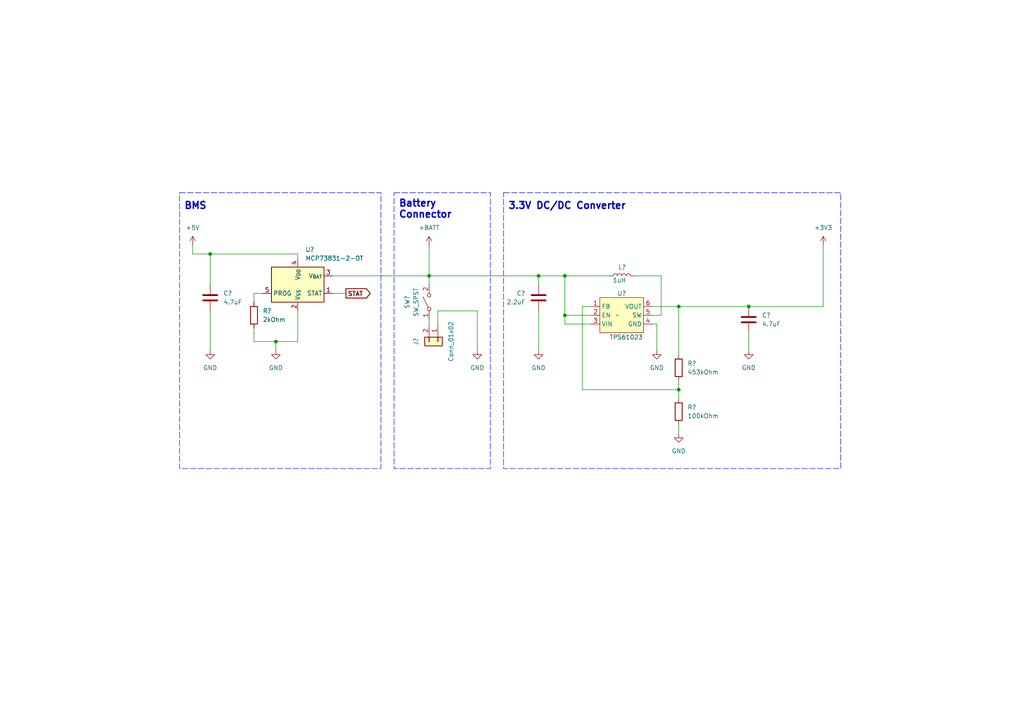
<source format=kicad_sch>
(kicad_sch (version 20230121) (generator eeschema)
  (paper "A4")
  (title_block (title "BMS and 3.3V DC/DC Converter"))
  (lib_symbols
    (symbol "Battery_Management:MCP73831-2-OT"
      (property "Reference" "U" (at -7.62 6.35 0))
      (property "Value" "MCP73831-2-OT" (at 1.27 6.35 0))
      (symbol "MCP73831-2-OT_0_1"
        (rectangle (start -7.62 5.08) (end 7.62 -5.08) (stroke (width 0.254)) (fill (type background)))
      )
      (symbol "MCP73831-2-OT_1_1"
        (pin output line (at 10.16 -2.54 180) (length 2.54) (name "STAT") (number "1"))
        (pin power_in line (at 0 -7.62 90) (length 2.54) (name "V_{SS}") (number "2"))
        (pin power_out line (at 10.16 2.54 180) (length 2.54) (name "V_{BAT}") (number "3"))
        (pin power_in line (at 0 7.62 270) (length 2.54) (name "V_{DD}") (number "4"))
        (pin input line (at -10.16 -2.54 0) (length 2.54) (name "PROG") (number "5"))
      )
    )
    (symbol "Connector_Generic:Conn_01x02" (pin_names (offset 1.016) hide)
      (property "Reference" "J" (at 0 2.54 0))
      (property "Value" "Conn_01x02" (at 0 -5.08 0))
      (symbol "Conn_01x02_1_1"
        (rectangle (start -1.27 -2.413) (end 0 -2.667) (stroke (width 0.1524)))
        (rectangle (start -1.27 0.127) (end 0 -0.127) (stroke (width 0.1524)))
        (rectangle (start -1.27 1.27) (end 1.27 -3.81) (stroke (width 0.254)) (fill (type background)))
        (pin passive line (at -5.08 0 0) (length 3.81) (name "Pin_1") (number "1"))
        (pin passive line (at -5.08 -2.54 0) (length 3.81) (name "Pin_2") (number "2"))
      )
    )
    (symbol "Device:C" (pin_numbers hide) (pin_names (offset 0.254))
      (property "Reference" "C" (at 0.635 2.54 0))
      (property "Value" "C" (at 0.635 -2.54 0))
      (symbol "C_0_1"
        (polyline (pts (xy -2.032 -0.762) (xy 2.032 -0.762)) (stroke (width 0.508)))
        (polyline (pts (xy -2.032 0.762) (xy 2.032 0.762)) (stroke (width 0.508)))
      )
      (symbol "C_1_1"
        (pin passive line (at 0 3.81 270) (length 2.794) (name "~") (number "1"))
        (pin passive line (at 0 -3.81 90) (length 2.794) (name "~") (number "2"))
      )
    )
    (symbol "Device:L" (pin_numbers hide) (pin_names (offset 1.016) hide)
      (property "Reference" "L" (at -1.27 0 90))
      (property "Value" "L" (at 1.905 0 90))
      (symbol "L_0_1"
        (arc (start 0 -2.54) (mid 0.6323 -1.905) (end 0 -1.27))
        (arc (start 0 -1.27) (mid 0.6323 -0.635) (end 0 0))
        (arc (start 0 0) (mid 0.6323 0.635) (end 0 1.27))
        (arc (start 0 1.27) (mid 0.6323 1.905) (end 0 2.54))
      )
      (symbol "L_1_1"
        (pin passive line (at 0 3.81 270) (length 1.27) (name "1") (number "1"))
        (pin passive line (at 0 -3.81 90) (length 1.27) (name "2") (number "2"))
      )
    )
    (symbol "Device:R" (pin_numbers hide) (pin_names (offset 0))
      (property "Reference" "R" (at 2.032 0 90))
      (property "Value" "R" (at 0 0 90))
      (symbol "R_0_1"
        (rectangle (start -1.016 -2.54) (end 1.016 2.54) (stroke (width 0.254)))
      )
      (symbol "R_1_1"
        (pin passive line (at 0 3.81 270) (length 1.27) (name "~") (number "1"))
        (pin passive line (at 0 -3.81 90) (length 1.27) (name "~") (number "2"))
      )
    )
    (symbol "Switch:SW_SPST" (pin_names (offset 0) hide)
      (property "Reference" "SW" (at 0 3.175 0))
      (property "Value" "SW_SPST" (at 0 -2.54 0))
      (symbol "SW_SPST_0_0"
        (circle (center -2.032 0) (radius 0.508))
        (polyline (pts (xy -1.524 0.254) (xy 1.524 1.778)))
        (circle (center 2.032 0) (radius 0.508))
      )
      (symbol "SW_SPST_1_1"
        (pin passive line (at -5.08 0 0) (length 2.54) (name "A") (number "1"))
        (pin passive line (at 5.08 0 180) (length 2.54) (name "B") (number "2"))
      )
    )
    (symbol "TPS61023DCDCConverter:TPS61023"
      (property "Reference" "U" (at 7.62 0 0))
      (symbol "TPS61023_1_1"
        (rectangle (start 1.27 -1.27) (end 13.97 -11.43) (fill (type background)))
        (text "TPS61023" (at 8.89 -12.7 0) (effects (font (size 1.27 1.27))))
        (pin input line (at -1.27 -3.81 0) (length 2.54) (name "FB") (number "1"))
        (pin input line (at -1.27 -6.35 0) (length 2.54) (name "EN") (number "2"))
        (pin power_in line (at -1.27 -8.89 0) (length 2.54) (name "VIN") (number "3"))
        (pin passive line (at 16.51 -8.89 180) (length 2.54) (name "GND") (number "4"))
        (pin input line (at 16.51 -6.35 180) (length 2.54) (name "SW") (number "5"))
        (pin power_out line (at 16.51 -3.81 180) (length 2.54) (name "VOUT") (number "6"))
      )
    )
    (symbol "power:+3V3" (power) (pin_names (offset 0))
      (property "Value" "+3V3" (at 0 3.556 0))
      (symbol "+3V3_0_1"
        (polyline (pts (xy -0.762 1.27) (xy 0 2.54)))
        (polyline (pts (xy 0 0) (xy 0 2.54)))
        (polyline (pts (xy 0 2.54) (xy 0.762 1.27)))
      )
      (symbol "+3V3_1_1"
        (pin power_in line (at 0 0 90) (length 0) hide (name "+3V3") (number "1"))
      )
    )
    (symbol "power:+5V" (power) (pin_names (offset 0))
      (property "Value" "+5V" (at 0 3.556 0))
      (symbol "+5V_0_1"
        (polyline (pts (xy -0.762 1.27) (xy 0 2.54)))
        (polyline (pts (xy 0 0) (xy 0 2.54)))
        (polyline (pts (xy 0 2.54) (xy 0.762 1.27)))
      )
      (symbol "+5V_1_1"
        (pin power_in line (at 0 0 90) (length 0) hide (name "+5V") (number "1"))
      )
    )
    (symbol "power:+BATT" (power) (pin_names (offset 0))
      (property "Value" "+BATT" (at 0 3.556 0))
      (symbol "+BATT_0_1"
        (polyline (pts (xy -0.762 1.27) (xy 0 2.54)))
        (polyline (pts (xy 0 0) (xy 0 2.54)))
        (polyline (pts (xy 0 2.54) (xy 0.762 1.27)))
      )
      (symbol "+BATT_1_1"
        (pin power_in line (at 0 0 90) (length 0) hide (name "+BATT") (number "1"))
      )
    )
    (symbol "power:GND" (power) (pin_names (offset 0))
      (property "Value" "GND" (at 0 -3.81 0))
      (symbol "GND_0_1"
        (polyline (pts (xy 0 0) (xy 0 -1.27) (xy 1.27 -1.27) (xy 0 -2.54) (xy -1.27 -1.27) (xy 0 -1.27)))
      )
      (symbol "GND_1_1"
        (pin power_in line (at 0 0 270) (length 0) hide (name "GND") (number "1"))
      )
    )
  )
  (junction (at 60.96 73.66))
  (junction (at 217.17 88.9))
  (junction (at 124.46 80.01))
  (junction (at 163.83 80.01))
  (junction (at 163.83 91.44))
  (junction (at 196.85 113.03))
  (junction (at 196.85 88.9))
  (junction (at 156.21 80.01))
  (junction (at 80.01 99.06))
  (wire (pts (xy 80.01 99.06) (xy 86.36 99.06)))
  (wire (pts (xy 196.85 88.9) (xy 217.17 88.9)))
  (wire (pts (xy 124.46 82.55) (xy 124.46 80.01)))
  (wire (pts (xy 171.45 91.44) (xy 163.83 91.44)))
  (wire (pts (xy 127 93.98) (xy 127 90.17)))
  (wire (pts (xy 189.23 88.9) (xy 196.85 88.9)))
  (wire (pts (xy 238.76 71.12) (xy 238.76 88.9)))
  (wire (pts (xy 60.96 90.17) (xy 60.96 101.6)))
  (wire (pts (xy 60.96 73.66) (xy 86.36 73.66)))
  (wire (pts (xy 217.17 88.9) (xy 238.76 88.9)))
  (wire (pts (xy 196.85 115.57) (xy 196.85 113.03)))
  (wire (pts (xy 168.91 88.9) (xy 168.91 113.03)))
  (wire (pts (xy 163.83 91.44) (xy 163.83 80.01)))
  (wire (pts (xy 156.21 101.6) (xy 156.21 90.17)))
  (wire (pts (xy 73.66 85.09) (xy 76.2 85.09)))
  (wire (pts (xy 73.66 99.06) (xy 80.01 99.06)))
  (wire (pts (xy 73.66 95.25) (xy 73.66 99.06)))
  (wire (pts (xy 168.91 113.03) (xy 196.85 113.03)))
  (wire (pts (xy 60.96 73.66) (xy 60.96 82.55)))
  (wire (pts (xy 189.23 91.44) (xy 191.77 91.44)))
  (wire (pts (xy 163.83 93.98) (xy 163.83 91.44)))
  (wire (pts (xy 156.21 82.55) (xy 156.21 80.01)))
  (wire (pts (xy 124.46 93.98) (xy 124.46 92.71)))
  (wire (pts (xy 163.83 80.01) (xy 176.53 80.01)))
  (wire (pts (xy 196.85 110.49) (xy 196.85 113.03)))
  (wire (pts (xy 73.66 87.63) (xy 73.66 85.09)))
  (wire (pts (xy 196.85 125.73) (xy 196.85 123.19)))
  (wire (pts (xy 191.77 91.44) (xy 191.77 80.01)))
  (wire (pts (xy 190.5 93.98) (xy 190.5 101.6)))
  (wire (pts (xy 191.77 80.01) (xy 184.15 80.01)))
  (wire (pts (xy 217.17 101.6) (xy 217.17 96.52)))
  (wire (pts (xy 124.46 71.12) (xy 124.46 80.01)))
  (wire (pts (xy 138.43 101.6) (xy 138.43 90.17)))
  (wire (pts (xy 86.36 74.93) (xy 86.36 73.66)))
  (wire (pts (xy 55.88 71.12) (xy 55.88 73.66)))
  (wire (pts (xy 156.21 80.01) (xy 163.83 80.01)))
  (wire (pts (xy 96.52 85.09) (xy 100.33 85.09)))
  (wire (pts (xy 171.45 88.9) (xy 168.91 88.9)))
  (wire (pts (xy 189.23 93.98) (xy 190.5 93.98)))
  (wire (pts (xy 86.36 99.06) (xy 86.36 90.17)))
  (wire (pts (xy 96.52 80.01) (xy 124.46 80.01)))
  (wire (pts (xy 196.85 88.9) (xy 196.85 102.87)))
  (wire (pts (xy 171.45 93.98) (xy 163.83 93.98)))
  (wire (pts (xy 80.01 99.06) (xy 80.01 101.6)))
  (wire (pts (xy 138.43 90.17) (xy 127 90.17)))
  (wire (pts (xy 124.46 80.01) (xy 156.21 80.01)))
  (wire (pts (xy 55.88 73.66) (xy 60.96 73.66)))
  (rectangle (start 52.07 55.88) (end 110.49 135.89) (stroke (width 0) (type dash) (color 0 0 255 1)))
  (rectangle (start 146.05 55.88) (end 243.84 135.89) (stroke (width 0) (type dash) (color 0 0 255 1)))
  (rectangle (start 114.3 55.88) (end 142.24 135.89) (stroke (width 0) (type dash) (color 0 0 255 1)))
  (text "BMS" (at 53.34 60.96 0) (effects (font (size 2 2) bold) (justify left bottom)))
  (text "Battery\nConnector" (at 115.57 63.5 0) (effects (font (size 2 2) bold) (justify left bottom)))
  (text "3.3V DC/DC Converter" (at 147.32 60.96 0) (effects (font (size 2 2) bold) (justify left bottom)))
  (global_label "STAT" (shape output) (at 100.33 85.09 0) (effects (font bold)) (property "Intersheetrefs" "${INTERSHEET_REFS}" (effects hide)))
  (symbol (lib_id "Device:R") (at 196.85 106.68 0) (unit 1)
    (property "Reference" "R?" (at 199.39 105.41 0) (effects (justify left)))
    (property "Value" "453kOhm" (at 199.39 107.95 0) (effects (justify left)))
    (property "Footprint" "Resistor_SMD:R_0201_0603Metric" (effects hide))
    (instances (project "Computer Mouse" (path "" (reference "R?") (unit 1)) (path "" (reference "R12") (unit 1))))
  )
  (symbol (lib_id "Device:C") (at 217.17 92.71 0) (unit 1)
    (property "Reference" "C?" (at 220.98 91.44 0) (effects (justify left)))
    (property "Value" "4.7uF" (at 220.98 93.98 0) (effects (justify left)))
    (property "Footprint" "Capacitor_SMD:C_0603_1608Metric" (effects hide))
    (instances (project "Computer Mouse" (path "" (reference "C?") (unit 1)) (path "" (reference "C15") (unit 1))))
  )
  (symbol (lib_id "power:+3V3") (at 238.76 71.12 0) (unit 1)
    (property "Reference" "#PWR?" (effects hide))
    (property "Value" "+3V3" (at 238.76 66.04 0))
    (instances (project "Computer Mouse" (path "" (reference "#PWR?") (unit 1)) (path "" (reference "#PWR027") (unit 1))))
  )
  (symbol (lib_id "power:+BATT") (at 124.46 71.12 0) (unit 1)
    (property "Reference" "#PWR026" (effects hide))
    (property "Value" "+BATT" (at 124.46 66.04 0))
  )
  (symbol (lib_id "Device:C") (at 60.96 86.36 0) (unit 1)
    (property "Reference" "C?" (at 64.77 85.09 0) (effects (justify left)))
    (property "Value" "4.7uF" (at 64.77 87.63 0) (effects (justify left)))
    (property "Footprint" "Capacitor_SMD:C_0603_1608Metric" (effects hide))
    (instances (project "Computer Mouse" (path "" (reference "C?") (unit 1)) (path "" (reference "C13") (unit 1))))
  )
  (symbol (lib_id "Battery_Management:MCP73831-2-OT") (at 86.36 82.55 0) (unit 1)
    (property "Reference" "U?" (at 88.5541 72.39 0) (effects (justify left)))
    (property "Value" "MCP73831-2-OT" (at 88.5541 74.93 0) (effects (justify left)))
    (property "Footprint" "Package_TO_SOT_SMD:SOT-23-5" (effects hide))
    (property "Datasheet" "http://ww1.microchip.com/downloads/en/DeviceDoc/20001984g.pdf" (effects hide))
    (instances (project "Computer Mouse" (path "" (reference "U?") (unit 1)) (path "" (reference "U6") (unit 1))))
  )
  (symbol (lib_id "power:GND") (at 196.85 125.73 0) (unit 1)
    (property "Reference" "#PWR?" (effects hide))
    (property "Value" "GND" (at 196.85 130.81 0))
    (instances (project "Computer Mouse" (path "" (reference "#PWR?") (unit 1)) (path "" (reference "#PWR034") (unit 1))))
  )
  (symbol (lib_id "power:GND") (at 156.21 101.6 0) (unit 1)
    (property "Reference" "#PWR?" (effects hide))
    (property "Value" "GND" (at 156.21 106.68 0))
    (instances (project "Computer Mouse" (path "" (reference "#PWR?") (unit 1)) (path "" (reference "#PWR031") (unit 1))))
  )
  (symbol (lib_id "power:GND") (at 60.96 101.6 0) (unit 1)
    (property "Reference" "#PWR?" (effects hide))
    (property "Value" "GND" (at 60.96 106.68 0))
    (instances (project "Computer Mouse" (path "" (reference "#PWR?") (unit 1)) (path "" (reference "#PWR028") (unit 1))))
  )
  (symbol (lib_id "power:GND") (at 217.17 101.6 0) (unit 1)
    (property "Reference" "#PWR?" (effects hide))
    (property "Value" "GND" (at 217.17 106.68 0))
    (instances (project "Computer Mouse" (path "" (reference "#PWR?") (unit 1)) (path "" (reference "#PWR033") (unit 1))))
  )
  (symbol (lib_id "Device:R") (at 196.85 119.38 0) (unit 1)
    (property "Reference" "R?" (at 199.39 118.11 0) (effects (justify left)))
    (property "Value" "100kOhm" (at 199.39 120.65 0) (effects (justify left)))
    (property "Footprint" "Resistor_SMD:R_2512_6332Metric" (effects hide))
    (instances (project "Computer Mouse" (path "" (reference "R?") (unit 1)) (path "" (reference "R13") (unit 1))))
  )
  (symbol (lib_id "power:GND") (at 138.43 101.6 0) (unit 1)
    (property "Reference" "#PWR?" (effects hide))
    (property "Value" "GND" (at 138.43 106.68 0))
    (instances (project "Computer Mouse" (path "" (reference "#PWR?") (unit 1)) (path "" (reference "#PWR030") (unit 1))))
  )
  (symbol (lib_id "power:+5V") (at 55.88 71.12 0) (unit 1)
    (property "Reference" "#PWR?" (effects hide))
    (property "Value" "+5V" (at 55.88 66.04 0))
    (instances (project "Computer Mouse" (path "" (reference "#PWR?") (unit 1)) (path "" (reference "#PWR025") (unit 1))))
  )
  (symbol (lib_id "Device:R") (at 73.66 91.44 0) (unit 1)
    (property "Reference" "R?" (at 76.2 90.17 0) (effects (justify left)))
    (property "Value" "2kOhm" (at 76.2 92.71 0) (effects (justify left)))
    (property "Footprint" "Resistor_SMD:R_0805_2012Metric" (effects hide))
    (instances (project "Computer Mouse" (path "" (reference "R?") (unit 1)) (path "" (reference "R11") (unit 1))))
  )
  (symbol (lib_id "power:GND") (at 190.5 101.6 0) (unit 1)
    (property "Reference" "#PWR?" (effects hide))
    (property "Value" "GND" (at 190.5 106.68 0))
    (instances (project "Computer Mouse" (path "" (reference "#PWR?") (unit 1)) (path "" (reference "#PWR032") (unit 1))))
  )
  (symbol (lib_id "Connector_Generic:Conn_01x02") (at 127 99.06 270) (unit 1)
    (property "Reference" "J?" (at 120.65 99.06 0))
    (property "Value" "Conn_01x02" (at 130.81 99.06 0))
    (property "Footprint" "Connector_JST:JST_EH_B2B-EH-A_1x02_P2.50mm_Vertical" (effects hide))
    (instances (project "Computer Mouse" (path "" (reference "J?") (unit 1)) (path "" (reference "J3") (unit 1))))
  )
  (symbol (lib_id "Device:L") (at 180.34 80.01 90) (unit 1)
    (property "Reference" "L?" (at 181.61 77.47 90) (effects (justify left)))
    (property "Value" "1uH" (at 181.61 81.28 90) (effects (justify left)))
    (property "Footprint" "Inductor_SMD:L_0603_1608Metric_Pad1.05x0.95mm_HandSolder" (effects hide))
    (instances (project "Computer Mouse" (path "" (reference "L?") (unit 1)) (path "" (reference "L2") (unit 1))))
  )
  (symbol (lib_id "Device:C") (at 156.21 86.36 0) (mirror y) (unit 1)
    (property "Reference" "C?" (at 152.4 85.09 0) (effects (justify left)))
    (property "Value" "2.2uF" (at 152.4 87.63 0) (effects (justify left)))
    (property "Footprint" "Capacitor_SMD:C_0805_2012Metric" (effects hide))
    (instances (project "Computer Mouse" (path "" (reference "C?") (unit 1)) (path "" (reference "C14") (unit 1))))
  )
  (symbol (lib_id "power:GND") (at 80.01 101.6 0) (unit 1)
    (property "Reference" "#PWR?" (effects hide))
    (property "Value" "GND" (at 80.01 106.68 0))
    (instances (project "Computer Mouse" (path "" (reference "#PWR?") (unit 1)) (path "" (reference "#PWR029") (unit 1))))
  )
  (symbol (lib_id "TPS61023DCDCConverter:TPS61023") (at 172.72 85.09 0) (unit 1)
    (property "Reference" "U?" (at 180.34 85.09 0))
    (property "Value" "~" (at 179.07 91.44 0))
    (property "Footprint" "TPS61023:TPS61023_DC_DC" (effects hide))
    (instances (project "Computer Mouse" (path "" (reference "U?") (unit 1)) (path "" (reference "U7") (unit 1))))
  )
  (symbol (lib_id "Switch:SW_SPST") (at 124.46 87.63 90) (unit 1)
    (property "Reference" "SW?" (at 118.11 87.63 0))
    (property "Value" "SW_SPST" (at 120.65 87.63 0))
    (property "Footprint" "Button_Switch_THT:SW_DIP_SPSTx01_Slide_6.7x4.1mm_W7.62mm_P2.54mm_LowProfile" (effects hide))
    (instances (project "Computer Mouse" (path "" (reference "SW?") (unit 1)) (path "" (reference "SW1") (unit 1))))
  )
)
</source>
